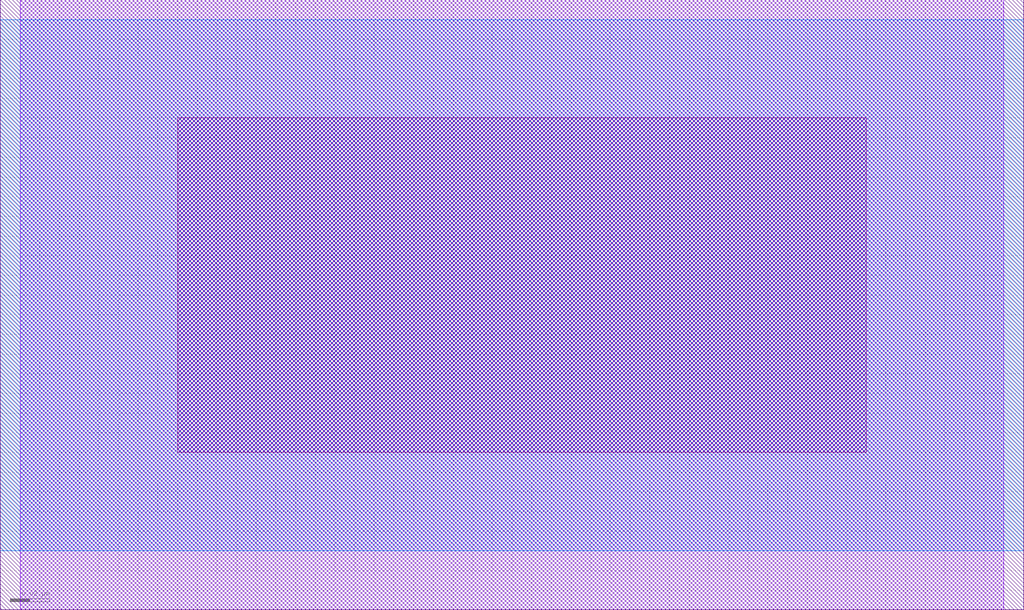
<source format=lef>
VERSION 5.7 ;
  NOWIREEXTENSIONATPIN ON ;
  DIVIDERCHAR "/" ;
  BUSBITCHARS "[]" ;
UNITS
  DATABASE MICRONS 200 ;
END UNITS

LAYER via2
  TYPE CUT ;
END via2

LAYER via
  TYPE CUT ;
END via

LAYER nwell
  TYPE MASTERSLICE ;
END nwell

LAYER via3
  TYPE CUT ;
END via3

LAYER pwell
  TYPE MASTERSLICE ;
END pwell

LAYER via4
  TYPE CUT ;
END via4

LAYER mcon
  TYPE CUT ;
END mcon

LAYER met6
  TYPE ROUTING ;
  WIDTH 0.030000 ;
  SPACING 0.040000 ;
  DIRECTION HORIZONTAL ;
END met6

LAYER met1
  TYPE ROUTING ;
  WIDTH 0.140000 ;
  SPACING 0.140000 ;
  DIRECTION HORIZONTAL ;
END met1

LAYER met3
  TYPE ROUTING ;
  WIDTH 0.300000 ;
  SPACING 0.300000 ;
  DIRECTION HORIZONTAL ;
END met3

LAYER met2
  TYPE ROUTING ;
  WIDTH 0.140000 ;
  SPACING 0.140000 ;
  DIRECTION HORIZONTAL ;
END met2

LAYER met4
  TYPE ROUTING ;
  WIDTH 0.300000 ;
  SPACING 0.300000 ;
  DIRECTION HORIZONTAL ;
END met4

LAYER met5
  TYPE ROUTING ;
  WIDTH 1.600000 ;
  SPACING 1.600000 ;
  DIRECTION HORIZONTAL ;
END met5

LAYER li1
  TYPE ROUTING ;
  WIDTH 0.170000 ;
  SPACING 0.170000 ;
  DIRECTION HORIZONTAL ;
END li1

MACRO sky130_hilas_invert01
  CLASS BLOCK ;
  FOREIGN sky130_hilas_invert01 ;
  ORIGIN 0.130 0.150 ;
  SIZE 0.520 BY 0.310 ;
  OBS
      LAYER li1 ;
        RECT -0.040 -0.070 0.310 0.100 ;
      LAYER met1 ;
        RECT -0.120 -0.150 0.380 0.160 ;
      LAYER met2 ;
        RECT -0.130 -0.120 0.390 0.150 ;
  END
END sky130_hilas_invert01
END LIBRARY


</source>
